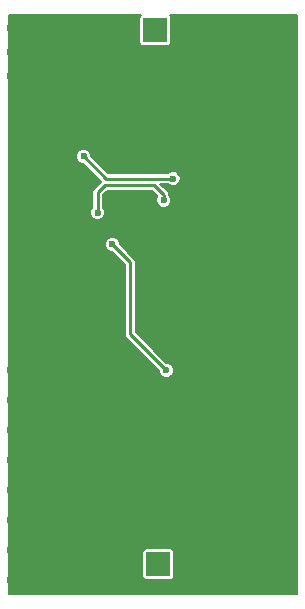
<source format=gbr>
G04 #@! TF.FileFunction,Copper,L2,Bot,Signal*
%FSLAX46Y46*%
G04 Gerber Fmt 4.6, Leading zero omitted, Abs format (unit mm)*
G04 Created by KiCad (PCBNEW 0.201509151501+6198~30~ubuntu14.04.1-product) date Wed 04 Nov 2015 10:21:58 PM EST*
%MOMM*%
G01*
G04 APERTURE LIST*
%ADD10C,0.100000*%
%ADD11C,1.524000*%
%ADD12R,2.032000X2.032000*%
%ADD13O,2.032000X2.032000*%
%ADD14C,0.400000*%
%ADD15C,0.600000*%
%ADD16C,0.250000*%
%ADD17C,0.152400*%
G04 APERTURE END LIST*
D10*
D11*
X114808000Y-104140000D03*
X112268000Y-104140000D03*
X109728000Y-104140000D03*
X114808000Y-101600000D03*
X112268000Y-101600000D03*
X109728000Y-101600000D03*
X114808000Y-99060000D03*
X112268000Y-99060000D03*
X109728000Y-99060000D03*
X114808000Y-96520000D03*
X112268000Y-96520000D03*
X109728000Y-96520000D03*
X114808000Y-93980000D03*
X112268000Y-93980000D03*
X109728000Y-93980000D03*
X114808000Y-91440000D03*
X112268000Y-91440000D03*
X109728000Y-91440000D03*
X114808000Y-88900000D03*
X112268000Y-88900000D03*
X109728000Y-88900000D03*
X114808000Y-86360000D03*
X112268000Y-86360000D03*
X109728000Y-86360000D03*
X113792000Y-61468000D03*
X111760000Y-61468000D03*
X109728000Y-61468000D03*
X113792000Y-59436000D03*
X111760000Y-59436000D03*
X109728000Y-59436000D03*
X113792000Y-57404000D03*
X111760000Y-57404000D03*
D12*
X121498360Y-57561480D03*
D13*
X118958360Y-57561480D03*
D12*
X121762520Y-102788720D03*
D13*
X119222520Y-102788720D03*
D14*
X119880000Y-71640000D03*
X118880000Y-73140000D03*
X119880000Y-73140000D03*
X119380000Y-72390000D03*
X118880000Y-71640000D03*
D11*
X109728000Y-57404000D03*
D15*
X115422680Y-68244720D03*
X123012200Y-70134480D03*
X122224800Y-71963280D03*
X116621560Y-73009760D03*
X122428000Y-86360000D03*
X117856000Y-75692000D03*
D16*
X123012200Y-70134480D02*
X117312440Y-70134480D01*
X117312440Y-70134480D02*
X115422680Y-68244720D01*
X121386600Y-70698360D02*
X122224800Y-71536560D01*
X122224800Y-71536560D02*
X122224800Y-71963280D01*
X117221000Y-70698360D02*
X121386600Y-70698360D01*
X116621560Y-71297800D02*
X117221000Y-70698360D01*
X116621560Y-73009760D02*
X116621560Y-71297800D01*
X119380000Y-77216000D02*
X119380000Y-83312000D01*
X119380000Y-83312000D02*
X122428000Y-86360000D01*
X117856000Y-75692000D02*
X119380000Y-77216000D01*
D17*
G36*
X120247611Y-56304153D02*
X120172216Y-56414497D01*
X120145691Y-56545480D01*
X120145691Y-58577480D01*
X120168716Y-58699845D01*
X120241033Y-58812229D01*
X120351377Y-58887624D01*
X120482360Y-58914149D01*
X122514360Y-58914149D01*
X122636725Y-58891124D01*
X122749109Y-58818807D01*
X122824504Y-58708463D01*
X122851029Y-58577480D01*
X122851029Y-56545480D01*
X122828004Y-56423115D01*
X122755687Y-56310731D01*
X122718321Y-56285200D01*
X133527800Y-56285200D01*
X133527800Y-105258800D01*
X109117200Y-105258800D01*
X109117200Y-101772720D01*
X120409851Y-101772720D01*
X120409851Y-103804720D01*
X120432876Y-103927085D01*
X120505193Y-104039469D01*
X120615537Y-104114864D01*
X120746520Y-104141389D01*
X122778520Y-104141389D01*
X122900885Y-104118364D01*
X123013269Y-104046047D01*
X123088664Y-103935703D01*
X123115189Y-103804720D01*
X123115189Y-101772720D01*
X123092164Y-101650355D01*
X123019847Y-101537971D01*
X122909503Y-101462576D01*
X122778520Y-101436051D01*
X120746520Y-101436051D01*
X120624155Y-101459076D01*
X120511771Y-101531393D01*
X120436376Y-101641737D01*
X120409851Y-101772720D01*
X109117200Y-101772720D01*
X109117200Y-75816805D01*
X117225691Y-75816805D01*
X117321431Y-76048513D01*
X117498554Y-76225946D01*
X117730096Y-76322090D01*
X117842438Y-76322188D01*
X118924800Y-77404550D01*
X118924800Y-83312000D01*
X118959450Y-83486198D01*
X119058125Y-83633875D01*
X121797788Y-86373538D01*
X121797691Y-86484805D01*
X121893431Y-86716513D01*
X122070554Y-86893946D01*
X122302096Y-86990090D01*
X122552805Y-86990309D01*
X122784513Y-86894569D01*
X122961946Y-86717446D01*
X123058090Y-86485904D01*
X123058309Y-86235195D01*
X122962569Y-86003487D01*
X122785446Y-85826054D01*
X122553904Y-85729910D01*
X122441562Y-85729812D01*
X119835200Y-83123450D01*
X119835200Y-77216000D01*
X119800550Y-77041803D01*
X119701875Y-76894125D01*
X118486212Y-75678462D01*
X118486309Y-75567195D01*
X118390569Y-75335487D01*
X118213446Y-75158054D01*
X117981904Y-75061910D01*
X117731195Y-75061691D01*
X117499487Y-75157431D01*
X117322054Y-75334554D01*
X117225910Y-75566096D01*
X117225691Y-75816805D01*
X109117200Y-75816805D01*
X109117200Y-68369525D01*
X114792371Y-68369525D01*
X114888111Y-68601233D01*
X115065234Y-68778666D01*
X115296776Y-68874810D01*
X115409118Y-68874908D01*
X116906061Y-70371851D01*
X116899125Y-70376485D01*
X116299685Y-70975925D01*
X116201010Y-71123602D01*
X116201010Y-71123603D01*
X116166360Y-71297800D01*
X116166360Y-72573706D01*
X116087614Y-72652314D01*
X115991470Y-72883856D01*
X115991251Y-73134565D01*
X116086991Y-73366273D01*
X116264114Y-73543706D01*
X116495656Y-73639850D01*
X116746365Y-73640069D01*
X116978073Y-73544329D01*
X117155506Y-73367206D01*
X117251650Y-73135664D01*
X117251869Y-72884955D01*
X117156129Y-72653247D01*
X117076760Y-72573739D01*
X117076760Y-71486350D01*
X117409550Y-71153560D01*
X121198050Y-71153560D01*
X121678962Y-71634472D01*
X121594710Y-71837376D01*
X121594491Y-72088085D01*
X121690231Y-72319793D01*
X121867354Y-72497226D01*
X122098896Y-72593370D01*
X122349605Y-72593589D01*
X122581313Y-72497849D01*
X122758746Y-72320726D01*
X122854890Y-72089184D01*
X122855109Y-71838475D01*
X122759369Y-71606767D01*
X122677690Y-71524945D01*
X122667158Y-71471998D01*
X122645350Y-71362362D01*
X122546675Y-71214685D01*
X121921670Y-70589680D01*
X122576146Y-70589680D01*
X122654754Y-70668426D01*
X122886296Y-70764570D01*
X123137005Y-70764789D01*
X123368713Y-70669049D01*
X123546146Y-70491926D01*
X123642290Y-70260384D01*
X123642509Y-70009675D01*
X123546769Y-69777967D01*
X123369646Y-69600534D01*
X123138104Y-69504390D01*
X122887395Y-69504171D01*
X122655687Y-69599911D01*
X122576179Y-69679280D01*
X117500990Y-69679280D01*
X116052892Y-68231182D01*
X116052989Y-68119915D01*
X115957249Y-67888207D01*
X115780126Y-67710774D01*
X115548584Y-67614630D01*
X115297875Y-67614411D01*
X115066167Y-67710151D01*
X114888734Y-67887274D01*
X114792590Y-68118816D01*
X114792371Y-68369525D01*
X109117200Y-68369525D01*
X109117200Y-56285200D01*
X120277065Y-56285200D01*
X120247611Y-56304153D01*
X120247611Y-56304153D01*
G37*
X120247611Y-56304153D02*
X120172216Y-56414497D01*
X120145691Y-56545480D01*
X120145691Y-58577480D01*
X120168716Y-58699845D01*
X120241033Y-58812229D01*
X120351377Y-58887624D01*
X120482360Y-58914149D01*
X122514360Y-58914149D01*
X122636725Y-58891124D01*
X122749109Y-58818807D01*
X122824504Y-58708463D01*
X122851029Y-58577480D01*
X122851029Y-56545480D01*
X122828004Y-56423115D01*
X122755687Y-56310731D01*
X122718321Y-56285200D01*
X133527800Y-56285200D01*
X133527800Y-105258800D01*
X109117200Y-105258800D01*
X109117200Y-101772720D01*
X120409851Y-101772720D01*
X120409851Y-103804720D01*
X120432876Y-103927085D01*
X120505193Y-104039469D01*
X120615537Y-104114864D01*
X120746520Y-104141389D01*
X122778520Y-104141389D01*
X122900885Y-104118364D01*
X123013269Y-104046047D01*
X123088664Y-103935703D01*
X123115189Y-103804720D01*
X123115189Y-101772720D01*
X123092164Y-101650355D01*
X123019847Y-101537971D01*
X122909503Y-101462576D01*
X122778520Y-101436051D01*
X120746520Y-101436051D01*
X120624155Y-101459076D01*
X120511771Y-101531393D01*
X120436376Y-101641737D01*
X120409851Y-101772720D01*
X109117200Y-101772720D01*
X109117200Y-75816805D01*
X117225691Y-75816805D01*
X117321431Y-76048513D01*
X117498554Y-76225946D01*
X117730096Y-76322090D01*
X117842438Y-76322188D01*
X118924800Y-77404550D01*
X118924800Y-83312000D01*
X118959450Y-83486198D01*
X119058125Y-83633875D01*
X121797788Y-86373538D01*
X121797691Y-86484805D01*
X121893431Y-86716513D01*
X122070554Y-86893946D01*
X122302096Y-86990090D01*
X122552805Y-86990309D01*
X122784513Y-86894569D01*
X122961946Y-86717446D01*
X123058090Y-86485904D01*
X123058309Y-86235195D01*
X122962569Y-86003487D01*
X122785446Y-85826054D01*
X122553904Y-85729910D01*
X122441562Y-85729812D01*
X119835200Y-83123450D01*
X119835200Y-77216000D01*
X119800550Y-77041803D01*
X119701875Y-76894125D01*
X118486212Y-75678462D01*
X118486309Y-75567195D01*
X118390569Y-75335487D01*
X118213446Y-75158054D01*
X117981904Y-75061910D01*
X117731195Y-75061691D01*
X117499487Y-75157431D01*
X117322054Y-75334554D01*
X117225910Y-75566096D01*
X117225691Y-75816805D01*
X109117200Y-75816805D01*
X109117200Y-68369525D01*
X114792371Y-68369525D01*
X114888111Y-68601233D01*
X115065234Y-68778666D01*
X115296776Y-68874810D01*
X115409118Y-68874908D01*
X116906061Y-70371851D01*
X116899125Y-70376485D01*
X116299685Y-70975925D01*
X116201010Y-71123602D01*
X116201010Y-71123603D01*
X116166360Y-71297800D01*
X116166360Y-72573706D01*
X116087614Y-72652314D01*
X115991470Y-72883856D01*
X115991251Y-73134565D01*
X116086991Y-73366273D01*
X116264114Y-73543706D01*
X116495656Y-73639850D01*
X116746365Y-73640069D01*
X116978073Y-73544329D01*
X117155506Y-73367206D01*
X117251650Y-73135664D01*
X117251869Y-72884955D01*
X117156129Y-72653247D01*
X117076760Y-72573739D01*
X117076760Y-71486350D01*
X117409550Y-71153560D01*
X121198050Y-71153560D01*
X121678962Y-71634472D01*
X121594710Y-71837376D01*
X121594491Y-72088085D01*
X121690231Y-72319793D01*
X121867354Y-72497226D01*
X122098896Y-72593370D01*
X122349605Y-72593589D01*
X122581313Y-72497849D01*
X122758746Y-72320726D01*
X122854890Y-72089184D01*
X122855109Y-71838475D01*
X122759369Y-71606767D01*
X122677690Y-71524945D01*
X122667158Y-71471998D01*
X122645350Y-71362362D01*
X122546675Y-71214685D01*
X121921670Y-70589680D01*
X122576146Y-70589680D01*
X122654754Y-70668426D01*
X122886296Y-70764570D01*
X123137005Y-70764789D01*
X123368713Y-70669049D01*
X123546146Y-70491926D01*
X123642290Y-70260384D01*
X123642509Y-70009675D01*
X123546769Y-69777967D01*
X123369646Y-69600534D01*
X123138104Y-69504390D01*
X122887395Y-69504171D01*
X122655687Y-69599911D01*
X122576179Y-69679280D01*
X117500990Y-69679280D01*
X116052892Y-68231182D01*
X116052989Y-68119915D01*
X115957249Y-67888207D01*
X115780126Y-67710774D01*
X115548584Y-67614630D01*
X115297875Y-67614411D01*
X115066167Y-67710151D01*
X114888734Y-67887274D01*
X114792590Y-68118816D01*
X114792371Y-68369525D01*
X109117200Y-68369525D01*
X109117200Y-56285200D01*
X120277065Y-56285200D01*
X120247611Y-56304153D01*
M02*

</source>
